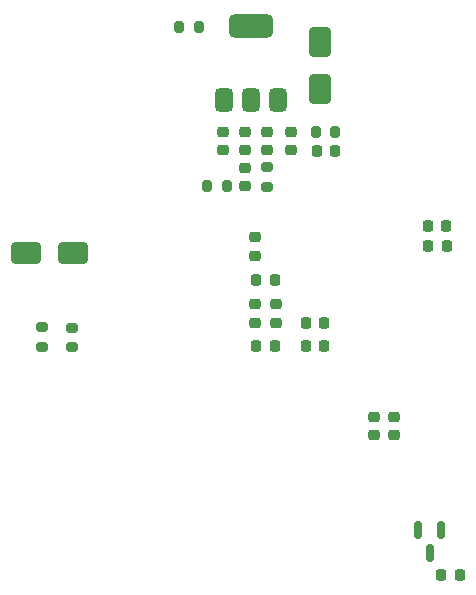
<source format=gbp>
G04 #@! TF.GenerationSoftware,KiCad,Pcbnew,8.0.5*
G04 #@! TF.CreationDate,2024-11-26T16:03:35+07:00*
G04 #@! TF.ProjectId,probe06-ivy,70726f62-6530-4362-9d69-76792e6b6963,1*
G04 #@! TF.SameCoordinates,Original*
G04 #@! TF.FileFunction,Paste,Bot*
G04 #@! TF.FilePolarity,Positive*
%FSLAX46Y46*%
G04 Gerber Fmt 4.6, Leading zero omitted, Abs format (unit mm)*
G04 Created by KiCad (PCBNEW 8.0.5) date 2024-11-26 16:03:35*
%MOMM*%
%LPD*%
G01*
G04 APERTURE LIST*
G04 Aperture macros list*
%AMRoundRect*
0 Rectangle with rounded corners*
0 $1 Rounding radius*
0 $2 $3 $4 $5 $6 $7 $8 $9 X,Y pos of 4 corners*
0 Add a 4 corners polygon primitive as box body*
4,1,4,$2,$3,$4,$5,$6,$7,$8,$9,$2,$3,0*
0 Add four circle primitives for the rounded corners*
1,1,$1+$1,$2,$3*
1,1,$1+$1,$4,$5*
1,1,$1+$1,$6,$7*
1,1,$1+$1,$8,$9*
0 Add four rect primitives between the rounded corners*
20,1,$1+$1,$2,$3,$4,$5,0*
20,1,$1+$1,$4,$5,$6,$7,0*
20,1,$1+$1,$6,$7,$8,$9,0*
20,1,$1+$1,$8,$9,$2,$3,0*%
G04 Aperture macros list end*
%ADD10RoundRect,0.225000X-0.225000X-0.250000X0.225000X-0.250000X0.225000X0.250000X-0.225000X0.250000X0*%
%ADD11RoundRect,0.225000X0.250000X-0.225000X0.250000X0.225000X-0.250000X0.225000X-0.250000X-0.225000X0*%
%ADD12RoundRect,0.200000X0.275000X-0.200000X0.275000X0.200000X-0.275000X0.200000X-0.275000X-0.200000X0*%
%ADD13RoundRect,0.150000X-0.150000X0.587500X-0.150000X-0.587500X0.150000X-0.587500X0.150000X0.587500X0*%
%ADD14RoundRect,0.225000X-0.250000X0.225000X-0.250000X-0.225000X0.250000X-0.225000X0.250000X0.225000X0*%
%ADD15RoundRect,0.250000X0.650000X-1.000000X0.650000X1.000000X-0.650000X1.000000X-0.650000X-1.000000X0*%
%ADD16RoundRect,0.200000X0.200000X0.275000X-0.200000X0.275000X-0.200000X-0.275000X0.200000X-0.275000X0*%
%ADD17RoundRect,0.200000X-0.275000X0.200000X-0.275000X-0.200000X0.275000X-0.200000X0.275000X0.200000X0*%
%ADD18RoundRect,0.250000X1.000000X0.650000X-1.000000X0.650000X-1.000000X-0.650000X1.000000X-0.650000X0*%
%ADD19RoundRect,0.200000X-0.200000X-0.275000X0.200000X-0.275000X0.200000X0.275000X-0.200000X0.275000X0*%
%ADD20RoundRect,0.375000X0.375000X-0.625000X0.375000X0.625000X-0.375000X0.625000X-0.375000X-0.625000X0*%
%ADD21RoundRect,0.500000X1.400000X-0.500000X1.400000X0.500000X-1.400000X0.500000X-1.400000X-0.500000X0*%
%ADD22RoundRect,0.225000X0.225000X0.250000X-0.225000X0.250000X-0.225000X-0.250000X0.225000X-0.250000X0*%
G04 APERTURE END LIST*
D10*
X161630400Y-94036200D03*
X163180400Y-94036200D03*
D11*
X146985000Y-96585000D03*
X146985000Y-95035000D03*
D12*
X131513500Y-104323500D03*
X131513500Y-102673500D03*
D13*
X160800000Y-119850000D03*
X162700000Y-119850000D03*
X161750000Y-121725000D03*
D10*
X151260000Y-102305000D03*
X152810000Y-102305000D03*
D14*
X146140900Y-86118000D03*
X146140900Y-87668000D03*
D10*
X162735000Y-123640000D03*
X164285000Y-123640000D03*
D15*
X152482500Y-82475000D03*
X152482500Y-78475000D03*
D11*
X146980000Y-102245000D03*
X146980000Y-100695000D03*
D10*
X147085000Y-98635000D03*
X148635000Y-98635000D03*
D16*
X144590000Y-90690000D03*
X142940000Y-90690000D03*
D17*
X147970000Y-89080000D03*
X147970000Y-90730000D03*
D18*
X131590000Y-96340000D03*
X127590000Y-96340000D03*
D14*
X147976300Y-86124000D03*
X147976300Y-87674000D03*
D11*
X146140000Y-90680000D03*
X146140000Y-89130000D03*
D17*
X128973500Y-102650000D03*
X128973500Y-104300000D03*
D11*
X148720000Y-102245000D03*
X148720000Y-100695000D03*
D19*
X152132500Y-86115000D03*
X153782500Y-86115000D03*
D16*
X142210900Y-77193000D03*
X140560900Y-77193000D03*
D14*
X144276300Y-86124000D03*
X144276300Y-87674000D03*
D20*
X148952500Y-83405000D03*
X146652500Y-83405000D03*
D21*
X146652500Y-77105000D03*
D20*
X144352500Y-83405000D03*
D14*
X157040000Y-110230000D03*
X157040000Y-111780000D03*
D22*
X153772500Y-87725000D03*
X152222500Y-87725000D03*
D14*
X150006300Y-86124000D03*
X150006300Y-87674000D03*
X158710000Y-110230000D03*
X158710000Y-111780000D03*
D22*
X148645000Y-104265000D03*
X147095000Y-104265000D03*
D10*
X161640000Y-95750000D03*
X163190000Y-95750000D03*
D22*
X152825000Y-104255000D03*
X151275000Y-104255000D03*
M02*

</source>
